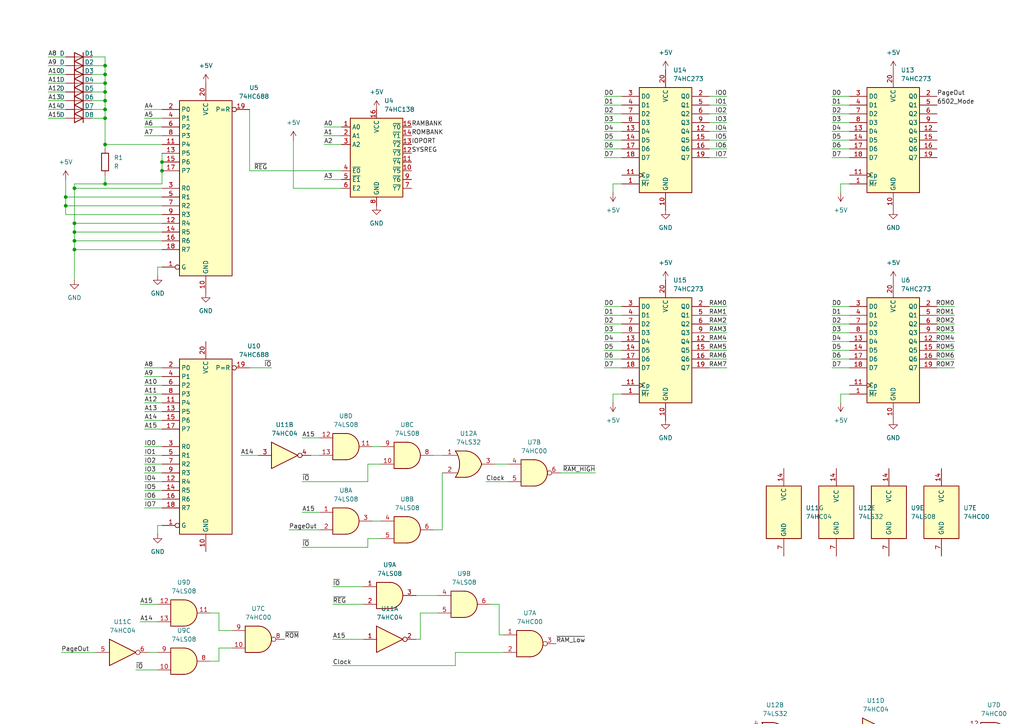
<source format=kicad_sch>
(kicad_sch (version 20231120) (generator "eeschema") (generator_version "8.0")
  (paper "A4")
  (lib_symbols
    (symbol "74xx:74HC00" (pin_names (offset 1.016))
      (property "Reference" "U" (at 0 1.27 0))
      (property "Value" "74HC00" (at 0 -1.27 0))
      (symbol "74HC00_1_1"
        (pin input line (at -7.62 2.54 0) (length 3.81) (name "~") (number "1"))
        (pin input line (at -7.62 -2.54 0) (length 3.81) (name "~") (number "2"))
        (pin output inverted (at 7.62 0 180) (length 3.81) (name "~") (number "3"))
      )
      (symbol "74HC00_1_2"
        (pin input inverted (at -7.62 2.54 0) (length 4.318) (name "~") (number "1"))
        (pin input inverted (at -7.62 -2.54 0) (length 4.318) (name "~") (number "2"))
        (pin output line (at 7.62 0 180) (length 3.81) (name "~") (number "3"))
      )
      (symbol "74HC00_2_1"
        (pin input line (at -7.62 2.54 0) (length 3.81) (name "~") (number "4"))
        (pin input line (at -7.62 -2.54 0) (length 3.81) (name "~") (number "5"))
        (pin output inverted (at 7.62 0 180) (length 3.81) (name "~") (number "6"))
      )
      (symbol "74HC00_2_2"
        (pin input inverted (at -7.62 2.54 0) (length 4.318) (name "~") (number "4"))
        (pin input inverted (at -7.62 -2.54 0) (length 4.318) (name "~") (number "5"))
        (pin output line (at 7.62 0 180) (length 3.81) (name "~") (number "6"))
      )
      (symbol "74HC00_3_1"
        (pin input line (at -7.62 -2.54 0) (length 3.81) (name "~") (number "10"))
        (pin output inverted (at 7.62 0 180) (length 3.81) (name "~") (number "8"))
        (pin input line (at -7.62 2.54 0) (length 3.81) (name "~") (number "9"))
      )
      (symbol "74HC00_3_2"
        (pin input inverted (at -7.62 -2.54 0) (length 4.318) (name "~") (number "10"))
        (pin output line (at 7.62 0 180) (length 3.81) (name "~") (number "8"))
        (pin input inverted (at -7.62 2.54 0) (length 4.318) (name "~") (number "9"))
      )
      (symbol "74HC00_4_1"
        (pin output inverted (at 7.62 0 180) (length 3.81) (name "~") (number "11"))
        (pin input line (at -7.62 2.54 0) (length 3.81) (name "~") (number "12"))
        (pin input line (at -7.62 -2.54 0) (length 3.81) (name "~") (number "13"))
      )
      (symbol "74HC00_4_2"
        (pin output line (at 7.62 0 180) (length 3.81) (name "~") (number "11"))
        (pin input inverted (at -7.62 2.54 0) (length 4.318) (name "~") (number "12"))
        (pin input inverted (at -7.62 -2.54 0) (length 4.318) (name "~") (number "13"))
      )
      (symbol "74HC00_5_0"
        (pin power_in line (at 0 12.7 270) (length 5.08) (name "VCC") (number "14"))
        (pin power_in line (at 0 -12.7 90) (length 5.08) (name "GND") (number "7"))
      )
    )
    (symbol "74xx:74HC04"
      (property "Reference" "U" (at 0 1.27 0))
      (property "Value" "74HC04" (at 0 -1.27 0))
      (symbol "74HC04_1_0"
        (pin input line (at -7.62 0 0) (length 3.81) (name "~") (number "1"))
        (pin output inverted (at 7.62 0 180) (length 3.81) (name "~") (number "2"))
      )
      (symbol "74HC04_2_0"
        (pin input line (at -7.62 0 0) (length 3.81) (name "~") (number "3"))
        (pin output inverted (at 7.62 0 180) (length 3.81) (name "~") (number "4"))
      )
      (symbol "74HC04_3_0"
        (pin input line (at -7.62 0 0) (length 3.81) (name "~") (number "5"))
        (pin output inverted (at 7.62 0 180) (length 3.81) (name "~") (number "6"))
      )
      (symbol "74HC04_4_0"
        (pin output inverted (at 7.62 0 180) (length 3.81) (name "~") (number "8"))
        (pin input line (at -7.62 0 0) (length 3.81) (name "~") (number "9"))
      )
      (symbol "74HC04_5_0"
        (pin output inverted (at 7.62 0 180) (length 3.81) (name "~") (number "10"))
        (pin input line (at -7.62 0 0) (length 3.81) (name "~") (number "11"))
      )
      (symbol "74HC04_6_0"
        (pin output inverted (at 7.62 0 180) (length 3.81) (name "~") (number "12"))
        (pin input line (at -7.62 0 0) (length 3.81) (name "~") (number "13"))
      )
      (symbol "74HC04_7_0"
        (pin power_in line (at 0 12.7 270) (length 5.08) (name "VCC") (number "14"))
        (pin power_in line (at 0 -12.7 90) (length 5.08) (name "GND") (number "7"))
      )
    )
    (symbol "74xx:74HC138"
      (property "Reference" "U" (at -7.62 13.97 0))
      (property "Value" "74HC138" (at 2.54 -11.43 0))
      (symbol "74HC138_1_1"
        (pin input line (at -10.16 10.16 0) (length 2.54) (name "A0") (number "1"))
        (pin output line (at 10.16 -2.54 180) (length 2.54) (name "~{Y5}") (number "10"))
        (pin output line (at 10.16 0 180) (length 2.54) (name "~{Y4}") (number "11"))
        (pin output line (at 10.16 2.54 180) (length 2.54) (name "~{Y3}") (number "12"))
        (pin output line (at 10.16 5.08 180) (length 2.54) (name "~{Y2}") (number "13"))
        (pin output line (at 10.16 7.62 180) (length 2.54) (name "~{Y1}") (number "14"))
        (pin output line (at 10.16 10.16 180) (length 2.54) (name "~{Y0}") (number "15"))
        (pin power_in line (at 0 15.24 270) (length 2.54) (name "VCC") (number "16"))
        (pin input line (at -10.16 7.62 0) (length 2.54) (name "A1") (number "2"))
        (pin input line (at -10.16 5.08 0) (length 2.54) (name "A2") (number "3"))
        (pin input line (at -10.16 -2.54 0) (length 2.54) (name "~{E0}") (number "4"))
        (pin input line (at -10.16 -5.08 0) (length 2.54) (name "~{E1}") (number "5"))
        (pin input line (at -10.16 -7.62 0) (length 2.54) (name "E2") (number "6"))
        (pin output line (at 10.16 -7.62 180) (length 2.54) (name "~{Y7}") (number "7"))
        (pin power_in line (at 0 -12.7 90) (length 2.54) (name "GND") (number "8"))
        (pin output line (at 10.16 -5.08 180) (length 2.54) (name "~{Y6}") (number "9"))
      )
    )
    (symbol "74xx:74HC273"
      (property "Reference" "U" (at -7.62 16.51 0))
      (property "Value" "74HC273" (at -7.62 -16.51 0))
      (symbol "74HC273_1_0"
        (pin input line (at -12.7 -12.7 0) (length 5.08) (name "~{Mr}") (number "1"))
        (pin power_in line (at 0 -20.32 90) (length 5.08) (name "GND") (number "10"))
        (pin input clock (at -12.7 -10.16 0) (length 5.08) (name "Cp") (number "11"))
        (pin output line (at 12.7 2.54 180) (length 5.08) (name "Q4") (number "12"))
        (pin input line (at -12.7 2.54 0) (length 5.08) (name "D4") (number "13"))
        (pin input line (at -12.7 0 0) (length 5.08) (name "D5") (number "14"))
        (pin output line (at 12.7 0 180) (length 5.08) (name "Q5") (number "15"))
        (pin output line (at 12.7 -2.54 180) (length 5.08) (name "Q6") (number "16"))
        (pin input line (at -12.7 -2.54 0) (length 5.08) (name "D6") (number "17"))
        (pin input line (at -12.7 -5.08 0) (length 5.08) (name "D7") (number "18"))
        (pin output line (at 12.7 -5.08 180) (length 5.08) (name "Q7") (number "19"))
        (pin output line (at 12.7 12.7 180) (length 5.08) (name "Q0") (number "2"))
        (pin power_in line (at 0 20.32 270) (length 5.08) (name "VCC") (number "20"))
        (pin input line (at -12.7 12.7 0) (length 5.08) (name "D0") (number "3"))
        (pin input line (at -12.7 10.16 0) (length 5.08) (name "D1") (number "4"))
        (pin output line (at 12.7 10.16 180) (length 5.08) (name "Q1") (number "5"))
        (pin output line (at 12.7 7.62 180) (length 5.08) (name "Q2") (number "6"))
        (pin input line (at -12.7 7.62 0) (length 5.08) (name "D2") (number "7"))
        (pin input line (at -12.7 5.08 0) (length 5.08) (name "D3") (number "8"))
        (pin output line (at 12.7 5.08 180) (length 5.08) (name "Q3") (number "9"))
      )
    )
    (symbol "74xx:74HC688"
      (property "Reference" "U" (at -7.62 26.67 0))
      (property "Value" "74HC688" (at -7.62 -26.67 0))
      (symbol "74HC688_1_0"
        (pin input inverted (at -12.7 -22.86 0) (length 5.08) (name "G") (number "1"))
        (pin power_in line (at 0 -30.48 90) (length 5.08) (name "GND") (number "10"))
        (pin input line (at -12.7 12.7 0) (length 5.08) (name "P4") (number "11"))
        (pin input line (at -12.7 -10.16 0) (length 5.08) (name "R4") (number "12"))
        (pin input line (at -12.7 10.16 0) (length 5.08) (name "P5") (number "13"))
        (pin input line (at -12.7 -12.7 0) (length 5.08) (name "R5") (number "14"))
        (pin input line (at -12.7 7.62 0) (length 5.08) (name "P6") (number "15"))
        (pin input line (at -12.7 -15.24 0) (length 5.08) (name "R6") (number "16"))
        (pin input line (at -12.7 5.08 0) (length 5.08) (name "P7") (number "17"))
        (pin input line (at -12.7 -17.78 0) (length 5.08) (name "R7") (number "18"))
        (pin output inverted (at 12.7 22.86 180) (length 5.08) (name "P=R") (number "19"))
        (pin input line (at -12.7 22.86 0) (length 5.08) (name "P0") (number "2"))
        (pin power_in line (at 0 30.48 270) (length 5.08) (name "VCC") (number "20"))
        (pin input line (at -12.7 0 0) (length 5.08) (name "R0") (number "3"))
        (pin input line (at -12.7 20.32 0) (length 5.08) (name "P1") (number "4"))
        (pin input line (at -12.7 -2.54 0) (length 5.08) (name "R1") (number "5"))
        (pin input line (at -12.7 17.78 0) (length 5.08) (name "P2") (number "6"))
        (pin input line (at -12.7 -5.08 0) (length 5.08) (name "R2") (number "7"))
        (pin input line (at -12.7 15.24 0) (length 5.08) (name "P3") (number "8"))
        (pin input line (at -12.7 -7.62 0) (length 5.08) (name "R3") (number "9"))
      )
    )
    (symbol "74xx:74LS08" (pin_names (offset 1.016))
      (property "Reference" "U" (at 0 1.27 0))
      (property "Value" "74LS08" (at 0 -1.27 0))
      (symbol "74LS08_1_1"
        (pin input line (at -7.62 2.54 0) (length 3.81) (name "~") (number "1"))
        (pin input line (at -7.62 -2.54 0) (length 3.81) (name "~") (number "2"))
        (pin output line (at 7.62 0 180) (length 3.81) (name "~") (number "3"))
      )
      (symbol "74LS08_1_2"
        (pin input inverted (at -7.62 2.54 0) (length 4.318) (name "~") (number "1"))
        (pin input inverted (at -7.62 -2.54 0) (length 4.318) (name "~") (number "2"))
        (pin output inverted (at 7.62 0 180) (length 3.81) (name "~") (number "3"))
      )
      (symbol "74LS08_2_1"
        (pin input line (at -7.62 2.54 0) (length 3.81) (name "~") (number "4"))
        (pin input line (at -7.62 -2.54 0) (length 3.81) (name "~") (number "5"))
        (pin output line (at 7.62 0 180) (length 3.81) (name "~") (number "6"))
      )
      (symbol "74LS08_2_2"
        (pin input inverted (at -7.62 2.54 0) (length 4.318) (name "~") (number "4"))
        (pin input inverted (at -7.62 -2.54 0) (length 4.318) (name "~") (number "5"))
        (pin output inverted (at 7.62 0 180) (length 3.81) (name "~") (number "6"))
      )
      (symbol "74LS08_3_1"
        (pin input line (at -7.62 -2.54 0) (length 3.81) (name "~") (number "10"))
        (pin output line (at 7.62 0 180) (length 3.81) (name "~") (number "8"))
        (pin input line (at -7.62 2.54 0) (length 3.81) (name "~") (number "9"))
      )
      (symbol "74LS08_3_2"
        (pin input inverted (at -7.62 -2.54 0) (length 4.318) (name "~") (number "10"))
        (pin output inverted (at 7.62 0 180) (length 3.81) (name "~") (number "8"))
        (pin input inverted (at -7.62 2.54 0) (length 4.318) (name "~") (number "9"))
      )
      (symbol "74LS08_4_1"
        (pin output line (at 7.62 0 180) (length 3.81) (name "~") (number "11"))
        (pin input line (at -7.62 2.54 0) (length 3.81) (name "~") (number "12"))
        (pin input line (at -7.62 -2.54 0) (length 3.81) (name "~") (number "13"))
      )
      (symbol "74LS08_4_2"
        (pin output inverted (at 7.62 0 180) (length 3.81) (name "~") (number "11"))
        (pin input inverted (at -7.62 2.54 0) (length 4.318) (name "~") (number "12"))
        (pin input inverted (at -7.62 -2.54 0) (length 4.318) (name "~") (number "13"))
      )
      (symbol "74LS08_5_0"
        (pin power_in line (at 0 12.7 270) (length 5.08) (name "VCC") (number "14"))
        (pin power_in line (at 0 -12.7 90) (length 5.08) (name "GND") (number "7"))
      )
    )
    (symbol "74xx:74LS32" (pin_names (offset 1.016))
      (property "Reference" "U" (at 0 1.27 0))
      (property "Value" "74LS32" (at 0 -1.27 0))
      (symbol "74LS32_1_1"
        (pin input line (at -7.62 2.54 0) (length 4.318) (name "~") (number "1"))
        (pin input line (at -7.62 -2.54 0) (length 4.318) (name "~") (number "2"))
        (pin output line (at 7.62 0 180) (length 3.81) (name "~") (number "3"))
      )
      (symbol "74LS32_1_2"
        (pin input inverted (at -7.62 2.54 0) (length 3.81) (name "~") (number "1"))
        (pin input inverted (at -7.62 -2.54 0) (length 3.81) (name "~") (number "2"))
        (pin output inverted (at 7.62 0 180) (length 3.81) (name "~") (number "3"))
      )
      (symbol "74LS32_2_1"
        (pin input line (at -7.62 2.54 0) (length 4.318) (name "~") (number "4"))
        (pin input line (at -7.62 -2.54 0) (length 4.318) (name "~") (number "5"))
        (pin output line (at 7.62 0 180) (length 3.81) (name "~") (number "6"))
      )
      (symbol "74LS32_2_2"
        (pin input inverted (at -7.62 2.54 0) (length 3.81) (name "~") (number "4"))
        (pin input inverted (at -7.62 -2.54 0) (length 3.81) (name "~") (number "5"))
        (pin output inverted (at 7.62 0 180) (length 3.81) (name "~") (number "6"))
      )
      (symbol "74LS32_3_1"
        (pin input line (at -7.62 -2.54 0) (length 4.318) (name "~") (number "10"))
        (pin output line (at 7.62 0 180) (length 3.81) (name "~") (number "8"))
        (pin input line (at -7.62 2.54 0) (length 4.318) (name "~") (number "9"))
      )
      (symbol "74LS32_3_2"
        (pin input inverted (at -7.62 -2.54 0) (length 3.81) (name "~") (number "10"))
        (pin output inverted (at 7.62 0 180) (length 3.81) (name "~") (number "8"))
        (pin input inverted (at -7.62 2.54 0) (length 3.81) (name "~") (number "9"))
      )
      (symbol "74LS32_4_1"
        (pin output line (at 7.62 0 180) (length 3.81) (name "~") (number "11"))
        (pin input line (at -7.62 2.54 0) (length 4.318) (name "~") (number "12"))
        (pin input line (at -7.62 -2.54 0) (length 4.318) (name "~") (number "13"))
      )
      (symbol "74LS32_4_2"
        (pin output inverted (at 7.62 0 180) (length 3.81) (name "~") (number "11"))
        (pin input inverted (at -7.62 2.54 0) (length 3.81) (name "~") (number "12"))
        (pin input inverted (at -7.62 -2.54 0) (length 3.81) (name "~") (number "13"))
      )
      (symbol "74LS32_5_0"
        (pin power_in line (at 0 12.7 270) (length 5.08) (name "VCC") (number "14"))
        (pin power_in line (at 0 -12.7 90) (length 5.08) (name "GND") (number "7"))
      )
    )
    (symbol "Device:D" (pin_numbers hide) (pin_names (offset 1.016) hide)
      (property "Reference" "D" (at 0 2.54 0))
      (property "Value" "D" (at 0 -2.54 0))
      (symbol "D_1_1"
        (pin passive line (at -3.81 0 0) (length 2.54) (name "K") (number "1"))
        (pin passive line (at 3.81 0 180) (length 2.54) (name "A") (number "2"))
      )
    )
    (symbol "Device:R" (pin_numbers hide) (pin_names (offset 0))
      (property "Reference" "R" (at 2.032 0 90))
      (property "Value" "R" (at 0 0 90))
      (symbol "R_1_1"
        (pin passive line (at 0 3.81 270) (length 1.27) (name "~") (number "1"))
        (pin passive line (at 0 -3.81 90) (length 1.27) (name "~") (number "2"))
      )
    )
    (symbol "power:+5V" (power) (pin_numbers hide) (pin_names (offset 0) hide)
      (property "Value" "+5V" (at 0 3.556 0))
      (symbol "+5V_1_1"
        (pin power_in line (at 0 0 90) (length 0) (name "~") (number "1"))
      )
    )
    (symbol "power:GND" (power) (pin_numbers hide) (pin_names (offset 0) hide)
      (property "Value" "GND" (at 0 -3.81 0))
      (symbol "GND_1_1"
        (pin power_in line (at 0 0 270) (length 0) (name "~") (number "1"))
      )
    )
  )
  (junction (at 30.48 53.34))
  (junction (at 30.48 21.59))
  (junction (at 19.05 59.69))
  (junction (at 30.48 29.21))
  (junction (at 21.59 72.39))
  (junction (at 21.59 69.85))
  (junction (at 46.99 49.53))
  (junction (at 21.59 64.77))
  (junction (at 30.48 26.67))
  (junction (at 19.05 57.15))
  (junction (at 30.48 24.13))
  (junction (at 30.48 41.91))
  (junction (at 30.48 19.05))
  (junction (at 46.99 46.99))
  (junction (at 30.48 31.75))
  (junction (at 21.59 67.31))
  (junction (at 30.48 34.29))
  (junction (at 21.59 54.61))
  (wire (pts (xy 175.26 43.18) (xy 180.34 43.18)))
  (wire (pts (xy 87.63 139.7) (xy 106.68 139.7)))
  (wire (pts (xy 175.26 96.52) (xy 180.34 96.52)))
  (wire (pts (xy 40.64 175.26) (xy 45.72 175.26)))
  (wire (pts (xy 13.97 19.05) (xy 19.05 19.05)))
  (wire (pts (xy 276.86 104.14) (xy 271.78 104.14)))
  (wire (pts (xy 60.96 191.77) (xy 63.5 191.77)))
  (wire (pts (xy 175.26 33.02) (xy 180.34 33.02)))
  (wire (pts (xy 241.3 93.98) (xy 246.38 93.98)))
  (wire (pts (xy 21.59 64.77) (xy 21.59 54.61)))
  (wire (pts (xy 21.59 81.28) (xy 21.59 72.39)))
  (wire (pts (xy 41.91 129.54) (xy 46.99 129.54)))
  (wire (pts (xy 41.91 31.75) (xy 46.99 31.75)))
  (wire (pts (xy 30.48 50.8) (xy 30.48 53.34)))
  (wire (pts (xy 107.95 151.13) (xy 110.49 151.13)))
  (wire (pts (xy 87.63 158.75) (xy 106.68 158.75)))
  (wire (pts (xy 30.48 34.29) (xy 30.48 41.91)))
  (wire (pts (xy 46.99 46.99) (xy 46.99 44.45)))
  (wire (pts (xy 107.95 129.54) (xy 110.49 129.54)))
  (wire (pts (xy 30.48 41.91) (xy 30.48 43.18)))
  (wire (pts (xy 93.98 36.83) (xy 99.06 36.83)))
  (wire (pts (xy 45.72 152.4) (xy 46.99 152.4)))
  (wire (pts (xy 210.82 104.14) (xy 205.74 104.14)))
  (wire (pts (xy 241.3 96.52) (xy 246.38 96.52)))
  (wire (pts (xy 140.97 139.7) (xy 147.32 139.7)))
  (wire (pts (xy 45.72 194.31) (xy 39.37 194.31)))
  (wire (pts (xy 175.26 99.06) (xy 180.34 99.06)))
  (wire (pts (xy 276.86 93.98) (xy 271.78 93.98)))
  (wire (pts (xy 177.8 116.84) (xy 177.8 114.3)))
  (wire (pts (xy 72.39 31.75) (xy 72.39 49.53)))
  (wire (pts (xy 106.68 134.62) (xy 110.49 134.62)))
  (wire (pts (xy 276.86 96.52) (xy 271.78 96.52)))
  (wire (pts (xy 210.82 27.94) (xy 205.74 27.94)))
  (wire (pts (xy 128.27 153.67) (xy 128.27 137.16)))
  (wire (pts (xy 241.3 33.02) (xy 246.38 33.02)))
  (wire (pts (xy 41.91 39.37) (xy 46.99 39.37)))
  (wire (pts (xy 93.98 39.37) (xy 99.06 39.37)))
  (wire (pts (xy 210.82 40.64) (xy 205.74 40.64)))
  (wire (pts (xy 210.82 35.56) (xy 205.74 35.56)))
  (wire (pts (xy 41.91 142.24) (xy 46.99 142.24)))
  (wire (pts (xy 19.05 59.69) (xy 46.99 59.69)))
  (wire (pts (xy 26.67 31.75) (xy 30.48 31.75)))
  (wire (pts (xy 121.92 185.42) (xy 121.92 177.8)))
  (wire (pts (xy 120.65 172.72) (xy 127 172.72)))
  (wire (pts (xy 243.84 114.3) (xy 246.38 114.3)))
  (wire (pts (xy 144.78 184.15) (xy 146.05 184.15)))
  (wire (pts (xy 26.67 16.51) (xy 30.48 16.51)))
  (wire (pts (xy 21.59 69.85) (xy 46.99 69.85)))
  (wire (pts (xy 30.48 31.75) (xy 30.48 34.29)))
  (wire (pts (xy 175.26 93.98) (xy 180.34 93.98)))
  (wire (pts (xy 87.63 127) (xy 92.71 127)))
  (wire (pts (xy 96.52 175.26) (xy 105.41 175.26)))
  (wire (pts (xy 63.5 187.96) (xy 67.31 187.96)))
  (wire (pts (xy 21.59 54.61) (xy 46.99 54.61)))
  (wire (pts (xy 72.39 49.53) (xy 99.06 49.53)))
  (wire (pts (xy 41.91 36.83) (xy 46.99 36.83)))
  (wire (pts (xy 175.26 88.9) (xy 180.34 88.9)))
  (wire (pts (xy 175.26 30.48) (xy 180.34 30.48)))
  (wire (pts (xy 26.67 19.05) (xy 30.48 19.05)))
  (wire (pts (xy 276.86 99.06) (xy 271.78 99.06)))
  (wire (pts (xy 210.82 106.68) (xy 205.74 106.68)))
  (wire (pts (xy 132.08 189.23) (xy 146.05 189.23)))
  (wire (pts (xy 26.67 29.21) (xy 30.48 29.21)))
  (wire (pts (xy 41.91 139.7) (xy 46.99 139.7)))
  (wire (pts (xy 63.5 182.88) (xy 67.31 182.88)))
  (wire (pts (xy 21.59 67.31) (xy 46.99 67.31)))
  (wire (pts (xy 41.91 124.46) (xy 46.99 124.46)))
  (wire (pts (xy 41.91 121.92) (xy 46.99 121.92)))
  (wire (pts (xy 43.18 189.23) (xy 45.72 189.23)))
  (wire (pts (xy 144.78 175.26) (xy 142.24 175.26)))
  (wire (pts (xy 41.91 34.29) (xy 46.99 34.29)))
  (wire (pts (xy 243.84 55.88) (xy 243.84 53.34)))
  (wire (pts (xy 132.08 193.04) (xy 132.08 189.23)))
  (wire (pts (xy 45.72 77.47) (xy 46.99 77.47)))
  (wire (pts (xy 30.48 53.34) (xy 21.59 53.34)))
  (wire (pts (xy 13.97 16.51) (xy 19.05 16.51)))
  (wire (pts (xy 241.3 43.18) (xy 246.38 43.18)))
  (wire (pts (xy 26.67 26.67) (xy 30.48 26.67)))
  (wire (pts (xy 241.3 99.06) (xy 246.38 99.06)))
  (wire (pts (xy 13.97 29.21) (xy 19.05 29.21)))
  (wire (pts (xy 210.82 33.02) (xy 205.74 33.02)))
  (wire (pts (xy 30.48 19.05) (xy 30.48 21.59)))
  (wire (pts (xy 177.8 55.88) (xy 177.8 53.34)))
  (wire (pts (xy 60.96 177.8) (xy 63.5 177.8)))
  (wire (pts (xy 19.05 57.15) (xy 19.05 59.69)))
  (wire (pts (xy 210.82 96.52) (xy 205.74 96.52)))
  (wire (pts (xy 46.99 49.53) (xy 46.99 46.99)))
  (wire (pts (xy 30.48 26.67) (xy 30.48 29.21)))
  (wire (pts (xy 30.48 41.91) (xy 46.99 41.91)))
  (wire (pts (xy 93.98 52.07) (xy 99.06 52.07)))
  (wire (pts (xy 45.72 154.94) (xy 45.72 152.4)))
  (wire (pts (xy 243.84 53.34) (xy 246.38 53.34)))
  (wire (pts (xy 210.82 45.72) (xy 205.74 45.72)))
  (wire (pts (xy 210.82 43.18) (xy 205.74 43.18)))
  (wire (pts (xy 21.59 72.39) (xy 21.59 69.85)))
  (wire (pts (xy 241.3 27.94) (xy 246.38 27.94)))
  (wire (pts (xy 276.86 88.9) (xy 271.78 88.9)))
  (wire (pts (xy 210.82 88.9) (xy 205.74 88.9)))
  (wire (pts (xy 210.82 30.48) (xy 205.74 30.48)))
  (wire (pts (xy 26.67 24.13) (xy 30.48 24.13)))
  (wire (pts (xy 63.5 177.8) (xy 63.5 182.88)))
  (wire (pts (xy 177.8 114.3) (xy 180.34 114.3)))
  (wire (pts (xy 41.91 116.84) (xy 46.99 116.84)))
  (wire (pts (xy 175.26 27.94) (xy 180.34 27.94)))
  (wire (pts (xy 17.78 189.23) (xy 27.94 189.23)))
  (wire (pts (xy 276.86 91.44) (xy 271.78 91.44)))
  (wire (pts (xy 125.73 132.08) (xy 128.27 132.08)))
  (wire (pts (xy 276.86 106.68) (xy 271.78 106.68)))
  (wire (pts (xy 106.68 139.7) (xy 106.68 134.62)))
  (wire (pts (xy 72.39 106.68) (xy 78.74 106.68)))
  (wire (pts (xy 96.52 185.42) (xy 105.41 185.42)))
  (wire (pts (xy 26.67 21.59) (xy 30.48 21.59)))
  (wire (pts (xy 21.59 64.77) (xy 46.99 64.77)))
  (wire (pts (xy 26.67 34.29) (xy 30.48 34.29)))
  (wire (pts (xy 30.48 24.13) (xy 30.48 26.67)))
  (wire (pts (xy 175.26 106.68) (xy 180.34 106.68)))
  (wire (pts (xy 210.82 99.06) (xy 205.74 99.06)))
  (wire (pts (xy 41.91 144.78) (xy 46.99 144.78)))
  (wire (pts (xy 96.52 193.04) (xy 132.08 193.04)))
  (wire (pts (xy 241.3 30.48) (xy 246.38 30.48)))
  (wire (pts (xy 13.97 31.75) (xy 19.05 31.75)))
  (wire (pts (xy 175.26 40.64) (xy 180.34 40.64)))
  (wire (pts (xy 41.91 111.76) (xy 46.99 111.76)))
  (wire (pts (xy 30.48 29.21) (xy 30.48 31.75)))
  (wire (pts (xy 41.91 137.16) (xy 46.99 137.16)))
  (wire (pts (xy 83.82 153.67) (xy 92.71 153.67)))
  (wire (pts (xy 19.05 59.69) (xy 19.05 62.23)))
  (wire (pts (xy 13.97 34.29) (xy 19.05 34.29)))
  (wire (pts (xy 125.73 153.67) (xy 128.27 153.67)))
  (wire (pts (xy 21.59 53.34) (xy 21.59 54.61)))
  (wire (pts (xy 241.3 104.14) (xy 246.38 104.14)))
  (wire (pts (xy 93.98 41.91) (xy 99.06 41.91)))
  (wire (pts (xy 19.05 62.23) (xy 46.99 62.23)))
  (wire (pts (xy 210.82 93.98) (xy 205.74 93.98)))
  (wire (pts (xy 210.82 38.1) (xy 205.74 38.1)))
  (wire (pts (xy 241.3 88.9) (xy 246.38 88.9)))
  (wire (pts (xy 276.86 101.6) (xy 271.78 101.6)))
  (wire (pts (xy 30.48 16.51) (xy 30.48 19.05)))
  (wire (pts (xy 40.64 180.34) (xy 45.72 180.34)))
  (wire (pts (xy 30.48 21.59) (xy 30.48 24.13)))
  (wire (pts (xy 41.91 114.3) (xy 46.99 114.3)))
  (wire (pts (xy 13.97 26.67) (xy 19.05 26.67)))
  (wire (pts (xy 241.3 45.72) (xy 246.38 45.72)))
  (wire (pts (xy 175.26 38.1) (xy 180.34 38.1)))
  (wire (pts (xy 21.59 69.85) (xy 21.59 67.31)))
  (wire (pts (xy 177.8 53.34) (xy 180.34 53.34)))
  (wire (pts (xy 175.26 35.56) (xy 180.34 35.56)))
  (wire (pts (xy 175.26 91.44) (xy 180.34 91.44)))
  (wire (pts (xy 175.26 101.6) (xy 180.34 101.6)))
  (wire (pts (xy 41.91 134.62) (xy 46.99 134.62)))
  (wire (pts (xy 41.91 109.22) (xy 46.99 109.22)))
  (wire (pts (xy 46.99 53.34) (xy 46.99 49.53)))
  (wire (pts (xy 241.3 106.68) (xy 246.38 106.68)))
  (wire (pts (xy 87.63 148.59) (xy 92.71 148.59)))
  (wire (pts (xy 162.56 137.16) (xy 172.72 137.16)))
  (wire (pts (xy 106.68 158.75) (xy 106.68 156.21)))
  (wire (pts (xy 121.92 177.8) (xy 127 177.8)))
  (wire (pts (xy 41.91 132.08) (xy 46.99 132.08)))
  (wire (pts (xy 13.97 21.59) (xy 19.05 21.59)))
  (wire (pts (xy 241.3 38.1) (xy 246.38 38.1)))
  (wire (pts (xy 243.84 116.84) (xy 243.84 114.3)))
  (wire (pts (xy 41.91 147.32) (xy 46.99 147.32)))
  (wire (pts (xy 63.5 191.77) (xy 63.5 187.96)))
  (wire (pts (xy 21.59 72.39) (xy 46.99 72.39)))
  (wire (pts (xy 21.59 67.31) (xy 21.59 64.77)))
  (wire (pts (xy 85.09 54.61) (xy 99.06 54.61)))
  (wire (pts (xy 106.68 156.21) (xy 110.49 156.21)))
  (wire (pts (xy 175.26 104.14) (xy 180.34 104.14)))
  (wire (pts (xy 45.72 80.01) (xy 45.72 77.47)))
  (wire (pts (xy 19.05 57.15) (xy 46.99 57.15)))
  (wire (pts (xy 90.17 132.08) (xy 92.71 132.08)))
  (wire (pts (xy 241.3 91.44) (xy 246.38 91.44)))
  (wire (pts (xy 85.09 40.64) (xy 85.09 54.61)))
  (wire (pts (xy 210.82 101.6) (xy 205.74 101.6)))
  (wire (pts (xy 69.85 132.08) (xy 74.93 132.08)))
  (wire (pts (xy 210.82 91.44) (xy 205.74 91.44)))
  (wire (pts (xy 143.51 134.62) (xy 147.32 134.62)))
  (wire (pts (xy 30.48 53.34) (xy 46.99 53.34)))
  (wire (pts (xy 41.91 106.68) (xy 46.99 106.68)))
  (wire (pts (xy 120.65 185.42) (xy 121.92 185.42)))
  (wire (pts (xy 144.78 175.26) (xy 144.78 184.15)))
  (wire (pts (xy 13.97 24.13) (xy 19.05 24.13)))
  (wire (pts (xy 241.3 101.6) (xy 246.38 101.6)))
  (wire (pts (xy 241.3 35.56) (xy 246.38 35.56)))
  (wire (pts (xy 96.52 170.18) (xy 105.41 170.18)))
  (wire (pts (xy 19.05 52.07) (xy 19.05 57.15)))
  (wire (pts (xy 241.3 40.64) (xy 246.38 40.64)))
  (wire (pts (xy 175.26 45.72) (xy 180.34 45.72)))
  (wire (pts (xy 41.91 119.38) (xy 46.99 119.38)))
  (label "IO6" (at 210.82 43.18 180))
  (label "ROM5" (at 276.86 101.6 180))
  (label "A3" (at 93.98 52.07 0))
  (label "D4" (at 241.3 38.1 0))
  (label "D2" (at 241.3 93.98 0))
  (label "A7" (at 41.91 39.37 0))
  (label "D7" (at 175.26 45.72 0))
  (label "IO4" (at 210.82 38.1 180))
  (label "A13" (at 13.97 29.21 0))
  (label "IO1" (at 210.82 30.48 180))
  (label "A15" (at 87.63 148.59 0))
  (label "D7" (at 175.26 106.68 0))
  (label "~{IO}" (at 78.74 106.68 180))
  (label "~{RAM_Low}" (at 161.29 186.69 0))
  (label "D5" (at 175.26 40.64 0))
  (label "PageOut" (at 17.78 189.23 0))
  (label "A12" (at 13.97 26.67 0))
  (label "D3" (at 175.26 96.52 0))
  (label "D1" (at 175.26 30.48 0))
  (label "IO2" (at 41.91 134.62 0))
  (label "IO5" (at 41.91 142.24 0))
  (label "~{REG}" (at 96.52 175.26 0))
  (label "D2" (at 175.26 93.98 0))
  (label "RAM5" (at 210.82 101.6 180))
  (label "A6" (at 41.91 36.83 0))
  (label "D4" (at 175.26 99.06 0))
  (label "IO0" (at 41.91 129.54 0))
  (label "ROM6" (at 276.86 104.14 180))
  (label "D2" (at 175.26 33.02 0))
  (label "~{IO}" (at 96.52 170.18 0))
  (label "D0" (at 241.3 88.9 0))
  (label "D4" (at 175.26 38.1 0))
  (label "IO7" (at 210.82 45.72 180))
  (label "A15" (at 13.97 34.29 0))
  (label "A14" (at 40.64 180.34 0))
  (label "A9" (at 41.91 109.22 0))
  (label "RAM3" (at 210.82 96.52 180))
  (label "A5" (at 41.91 34.29 0))
  (label "ROM2" (at 276.86 93.98 180))
  (label "D6" (at 175.26 104.14 0))
  (label "~{IO}" (at 87.63 158.75 0))
  (label "D1" (at 175.26 91.44 0))
  (label "D7" (at 241.3 45.72 0))
  (label "A14" (at 69.85 132.08 0))
  (label "D3" (at 241.3 35.56 0))
  (label "6502_Mode" (at 271.78 30.48 0))
  (label "ROM4" (at 276.86 99.06 180))
  (label "D0" (at 241.3 27.94 0))
  (label "IOPORT" (at 119.38 41.91 0))
  (label "D6" (at 175.26 43.18 0))
  (label "A14" (at 13.97 31.75 0))
  (label "Clock" (at 140.97 139.7 0))
  (label "IO0" (at 210.82 27.94 180))
  (label "A15" (at 41.91 124.46 0))
  (label "D1" (at 241.3 91.44 0))
  (label "D1" (at 241.3 30.48 0))
  (label "ROM0" (at 276.86 88.9 180))
  (label "D5" (at 241.3 40.64 0))
  (label "A8" (at 13.97 16.51 0))
  (label "IO4" (at 41.91 139.7 0))
  (label "D6" (at 241.3 104.14 0))
  (label "IO1" (at 41.91 132.08 0))
  (label "RAM7" (at 210.82 106.68 180))
  (label "D3" (at 241.3 96.52 0))
  (label "D0" (at 175.26 88.9 0))
  (label "IO3" (at 41.91 137.16 0))
  (label "PageOut" (at 271.78 27.94 0))
  (label "IO5" (at 210.82 40.64 180))
  (label "D0" (at 175.26 27.94 0))
  (label "PageOut" (at 83.82 153.67 0))
  (label "A15" (at 87.63 127 0))
  (label "D2" (at 241.3 33.02 0))
  (label "ROMBANK" (at 119.38 39.37 0))
  (label "~{REG}" (at 73.66 49.53 0))
  (label "IO6" (at 41.91 144.78 0))
  (label "A9" (at 13.97 19.05 0))
  (label "SYSREG" (at 119.38 44.45 0))
  (label "A4" (at 41.91 31.75 0))
  (label "IO7" (at 41.91 147.32 0))
  (label "RAM2" (at 210.82 93.98 180))
  (label "A10" (at 13.97 21.59 0))
  (label "~{RAM_HIGH}" (at 172.72 137.16 180))
  (label "A0" (at 93.98 36.83 0))
  (label "D4" (at 241.3 99.06 0))
  (label "~{IO}" (at 39.37 194.31 0))
  (label "A2" (at 93.98 41.91 0))
  (label "A11" (at 13.97 24.13 0))
  (label "RAM1" (at 210.82 91.44 180))
  (label "A15" (at 96.52 185.42 0))
  (label "A1" (at 93.98 39.37 0))
  (label "A8" (at 41.91 106.68 0))
  (label "A14" (at 41.91 121.92 0))
  (label "D5" (at 175.26 101.6 0))
  (label "D3" (at 175.26 35.56 0))
  (label "~{IO}" (at 87.63 139.7 0))
  (label "A12" (at 41.91 116.84 0))
  (label "D6" (at 241.3 43.18 0))
  (label "IO2" (at 210.82 33.02 180))
  (label "~{ROM}" (at 82.55 185.42 0))
  (label "RAMBANK" (at 119.38 36.83 0))
  (label "A13" (at 41.91 119.38 0))
  (label "RAM4" (at 210.82 99.06 180))
  (label "D7" (at 241.3 106.68 0))
  (label "IO3" (at 210.82 35.56 180))
  (label "RAM0" (at 210.82 88.9 180))
  (label "ROM1" (at 276.86 91.44 180))
  (label "D5" (at 241.3 101.6 0))
  (label "A15" (at 40.64 175.26 0))
  (label "A10" (at 41.91 111.76 0))
  (label "ROM7" (at 276.86 106.68 180))
  (label "A11" (at 41.91 114.3 0))
  (label "ROM3" (at 276.86 96.52 180))
  (label "RAM6" (at 210.82 104.14 180))
  (label "Clock" (at 96.52 193.04 0))
  (symbol (lib_id "74xx:74HC00") (at 154.94 137.16 0) (unit 2)
    (property "Reference" "U7" (at 154.9317 128.27 0))
    (property "Value" "74HC00" (at 154.9317 130.81 0))
    (property "Datasheet" "http://www.ti.com/lit/gpn/sn74hc00" (effects (hide yes)))
    (property "Description" "quad 2-input NAND gate" (effects (hide yes)))
  )
  (symbol (lib_id "74xx:74HC04") (at 113.03 185.42 0) (unit 1)
    (property "Reference" "U11" (at 113.03 176.53 0))
    (property "Value" "74HC04" (at 113.03 179.07 0))
    (property "Datasheet" "https://assets.nexperia.com/documents/data-sheet/74HC_HCT04.pdf" (effects (hide yes)))
    (property "Description" "Hex Inverter" (effects (hide yes)))
  )
  (symbol (lib_id "74xx:74HC273") (at 193.04 101.6 0) (unit 1)
    (property "Reference" "U15" (at 195.2341 81.28 0) (effects (justify left)))
    (property "Value" "74HC273" (at 195.2341 83.82 0) (effects (justify left)))
    (property "Datasheet" "https://assets.nexperia.com/documents/data-sheet/74HC_HCT273.pdf" (effects (hide yes)))
    (property "Description" "8-bit D Flip-Flop, reset" (effects (hide yes)))
  )
  (symbol (lib_id "74xx:74HC04") (at 227.33 148.59 0) (unit 7)
    (property "Reference" "U11" (at 233.68 147.3199 0) (effects (justify left)))
    (property "Value" "74HC04" (at 233.68 149.8599 0) (effects (justify left)))
    (property "Datasheet" "https://assets.nexperia.com/documents/data-sheet/74HC_HCT04.pdf" (effects (hide yes)))
    (property "Description" "Hex Inverter" (effects (hide yes)))
  )
  (symbol (lib_id "power:GND") (at 45.72 154.94 0) (unit 1)
    (property "Reference" "#PWR012" (effects (hide yes)))
    (property "Value" "GND" (at 45.72 160.02 0))
    (property "Description" "Power symbol creates a global label with name \"GND\" , ground" (effects (hide yes)))
  )
  (symbol (lib_id "Device:D") (at 22.86 26.67 180) (unit 1)
    (property "Reference" "D5" (at 25.908 25.654 0))
    (property "Value" "D" (at 18.034 25.654 0))
    (property "Description" "Diode" (effects (hide yes)))
    (property "Sim.Device" "D" (effects (hide yes)))
    (property "Sim.Pins" "1=K 2=A" (effects (hide yes)))
  )
  (symbol (lib_id "power:+5V") (at 259.08 81.28 0) (unit 1)
    (property "Reference" "#PWR010" (effects (hide yes)))
    (property "Value" "+5V" (at 259.08 76.2 0))
    (property "Description" "Power symbol creates a global label with name \"+5V\"" (effects (hide yes)))
  )
  (symbol (lib_id "power:+5V") (at 177.8 116.84 180) (unit 1)
    (property "Reference" "#PWR019" (effects (hide yes)))
    (property "Value" "+5V" (at 177.8 121.92 0))
    (property "Description" "Power symbol creates a global label with name \"+5V\"" (effects (hide yes)))
  )
  (symbol (lib_id "power:GND") (at 259.08 60.96 0) (unit 1)
    (property "Reference" "#PWR015" (effects (hide yes)))
    (property "Value" "GND" (at 259.08 66.04 0))
    (property "Description" "Power symbol creates a global label with name \"GND\" , ground" (effects (hide yes)))
  )
  (symbol (lib_id "74xx:74HC00") (at 74.93 185.42 0) (unit 3)
    (property "Reference" "U7" (at 74.9217 176.53 0))
    (property "Value" "74HC00" (at 74.9217 179.07 0))
    (property "Datasheet" "http://www.ti.com/lit/gpn/sn74hc00" (effects (hide yes)))
    (property "Description" "quad 2-input NAND gate" (effects (hide yes)))
  )
  (symbol (lib_id "power:+5V") (at 193.04 81.28 0) (unit 1)
    (property "Reference" "#PWR020" (effects (hide yes)))
    (property "Value" "+5V" (at 193.04 76.2 0))
    (property "Description" "Power symbol creates a global label with name \"+5V\"" (effects (hide yes)))
  )
  (symbol (lib_id "power:+5V") (at 259.08 20.32 0) (unit 1)
    (property "Reference" "#PWR014" (effects (hide yes)))
    (property "Value" "+5V" (at 259.08 15.24 0))
    (property "Description" "Power symbol creates a global label with name \"+5V\"" (effects (hide yes)))
  )
  (symbol (lib_id "74xx:74LS08") (at 100.33 129.54 0) (unit 4)
    (property "Reference" "U8" (at 100.3217 120.65 0))
    (property "Value" "74LS08" (at 100.3217 123.19 0))
    (property "Datasheet" "http://www.ti.com/lit/gpn/sn74LS08" (effects (hide yes)))
    (property "Description" "Quad And2" (effects (hide yes)))
  )
  (symbol (lib_id "Device:D") (at 22.86 24.13 180) (unit 1)
    (property "Reference" "D4" (at 25.908 23.114 0))
    (property "Value" "D" (at 18.034 23.114 0))
    (property "Description" "Diode" (effects (hide yes)))
    (property "Sim.Device" "D" (effects (hide yes)))
    (property "Sim.Pins" "1=K 2=A" (effects (hide yes)))
  )
  (symbol (lib_id "power:GND") (at 193.04 121.92 0) (unit 1)
    (property "Reference" "#PWR021" (effects (hide yes)))
    (property "Value" "GND" (at 193.04 127 0))
    (property "Description" "Power symbol creates a global label with name \"GND\" , ground" (effects (hide yes)))
  )
  (symbol (lib_id "Device:D") (at 22.86 31.75 180) (unit 1)
    (property "Reference" "D7" (at 25.908 30.734 0))
    (property "Value" "D" (at 18.034 30.734 0))
    (property "Description" "Diode" (effects (hide yes)))
    (property "Sim.Device" "D" (effects (hide yes)))
    (property "Sim.Pins" "1=K 2=A" (effects (hide yes)))
  )
  (symbol (lib_id "74xx:74HC688") (at 59.69 129.54 0) (unit 1)
    (property "Reference" "U10" (at 73.66 100.3614 0))
    (property "Value" "74HC688" (at 73.66 102.9014 0))
    (property "Datasheet" "https://www.ti.com/lit/ds/symlink/cd54hc688.pdf" (effects (hide yes)))
    (property "Description" "8-bit magnitude comparator" (effects (hide yes)))
  )
  (symbol (lib_id "74xx:74LS32") (at 242.57 148.59 0) (unit 5)
    (property "Reference" "U12" (at 248.92 147.3199 0) (effects (justify left)))
    (property "Value" "74LS32" (at 248.92 149.8599 0) (effects (justify left)))
    (property "Datasheet" "http://www.ti.com/lit/gpn/sn74LS32" (effects (hide yes)))
    (property "Description" "Quad 2-input OR" (effects (hide yes)))
  )
  (symbol (lib_id "power:+5V") (at 177.8 55.88 180) (unit 1)
    (property "Reference" "#PWR016" (effects (hide yes)))
    (property "Value" "+5V" (at 177.8 60.96 0))
    (property "Description" "Power symbol creates a global label with name \"+5V\"" (effects (hide yes)))
  )
  (symbol (lib_id "power:+5V") (at 243.84 116.84 180) (unit 1)
    (property "Reference" "#PWR07" (effects (hide yes)))
    (property "Value" "+5V" (at 243.84 121.92 0))
    (property "Description" "Power symbol creates a global label with name \"+5V\"" (effects (hide yes)))
  )
  (symbol (lib_id "power:+5V") (at 193.04 20.32 0) (unit 1)
    (property "Reference" "#PWR017" (effects (hide yes)))
    (property "Value" "+5V" (at 193.04 15.24 0))
    (property "Description" "Power symbol creates a global label with name \"+5V\"" (effects (hide yes)))
  )
  (symbol (lib_id "74xx:74HC04") (at 82.55 132.08 0) (unit 2)
    (property "Reference" "U11" (at 82.55 123.19 0))
    (property "Value" "74HC04" (at 82.55 125.73 0))
    (property "Datasheet" "https://assets.nexperia.com/documents/data-sheet/74HC_HCT04.pdf" (effects (hide yes)))
    (property "Description" "Hex Inverter" (effects (hide yes)))
  )
  (symbol (lib_id "74xx:74LS08") (at 100.33 151.13 0) (unit 1)
    (property "Reference" "U8" (at 100.3217 142.24 0))
    (property "Value" "74LS08" (at 100.3217 144.78 0))
    (property "Datasheet" "http://www.ti.com/lit/gpn/sn74LS08" (effects (hide yes)))
    (property "Description" "Quad And2" (effects (hide yes)))
  )
  (symbol (lib_id "74xx:74LS32") (at 227.33 246.38 0) (unit 4)
    (property "Reference" "U12" (at 227.33 237.49 0))
    (property "Value" "74LS32" (at 227.33 240.03 0))
    (property "Datasheet" "http://www.ti.com/lit/gpn/sn74LS32" (effects (hide yes)))
    (property "Description" "Quad 2-input OR" (effects (hide yes)))
  )
  (symbol (lib_id "74xx:74HC00") (at 273.05 148.59 0) (unit 5)
    (property "Reference" "U7" (at 279.4 147.3199 0) (effects (justify left)))
    (property "Value" "74HC00" (at 279.4 149.8599 0) (effects (justify left)))
    (property "Datasheet" "http://www.ti.com/lit/gpn/sn74hc00" (effects (hide yes)))
    (property "Description" "quad 2-input NAND gate" (effects (hide yes)))
  )
  (symbol (lib_id "Device:D") (at 22.86 34.29 180) (unit 1)
    (property "Reference" "D8" (at 25.908 33.274 0))
    (property "Value" "D" (at 18.034 33.274 0))
    (property "Description" "Diode" (effects (hide yes)))
    (property "Sim.Device" "D" (effects (hide yes)))
    (property "Sim.Pins" "1=K 2=A" (effects (hide yes)))
  )
  (symbol (lib_id "Device:D") (at 22.86 16.51 180) (unit 1)
    (property "Reference" "D1" (at 25.908 15.494 0))
    (property "Value" "D" (at 18.034 15.494 0))
    (property "Description" "Diode" (effects (hide yes)))
    (property "Sim.Device" "D" (effects (hide yes)))
    (property "Sim.Pins" "1=K 2=A" (effects (hide yes)))
  )
  (symbol (lib_id "Device:R") (at 30.48 46.99 0) (unit 1)
    (property "Reference" "R1" (at 33.02 45.7199 0) (effects (justify left)))
    (property "Value" "R" (at 33.02 48.2599 0) (effects (justify left)))
    (property "Description" "Resistor" (effects (hide yes)))
  )
  (symbol (lib_id "power:+5V") (at 85.09 40.64 0) (unit 1)
    (property "Reference" "#PWR05" (effects (hide yes)))
    (property "Value" "+5V" (at 85.09 35.56 0))
    (property "Description" "Power symbol creates a global label with name \"+5V\"" (effects (hide yes)))
  )
  (symbol (lib_id "74xx:74LS08") (at 257.81 148.59 0) (unit 5)
    (property "Reference" "U9" (at 264.16 147.3199 0) (effects (justify left)))
    (property "Value" "74LS08" (at 264.16 149.8599 0) (effects (justify left)))
    (property "Datasheet" "http://www.ti.com/lit/gpn/sn74LS08" (effects (hide yes)))
    (property "Description" "Quad And2" (effects (hide yes)))
  )
  (symbol (lib_id "74xx:74LS08") (at 118.11 132.08 0) (unit 3)
    (property "Reference" "U8" (at 118.1017 123.19 0))
    (property "Value" "74LS08" (at 118.1017 125.73 0))
    (property "Datasheet" "http://www.ti.com/lit/gpn/sn74LS08" (effects (hide yes)))
    (property "Description" "Quad And2" (effects (hide yes)))
  )
  (symbol (lib_id "74xx:74LS08") (at 113.03 172.72 0) (unit 1)
    (property "Reference" "U9" (at 113.0217 163.83 0))
    (property "Value" "74LS08" (at 113.0217 166.37 0))
    (property "Datasheet" "http://www.ti.com/lit/gpn/sn74LS08" (effects (hide yes)))
    (property "Description" "Quad And2" (effects (hide yes)))
  )
  (symbol (lib_id "74xx:74LS32") (at 224.79 213.36 0) (unit 2)
    (property "Reference" "U12" (at 224.79 204.47 0))
    (property "Value" "74LS32" (at 224.79 207.01 0))
    (property "Datasheet" "http://www.ti.com/lit/gpn/sn74LS32" (effects (hide yes)))
    (property "Description" "Quad 2-input OR" (effects (hide yes)))
  )
  (symbol (lib_id "power:GND") (at 45.72 80.01 0) (unit 1)
    (property "Reference" "#PWR011" (effects (hide yes)))
    (property "Value" "GND" (at 45.72 85.09 0))
    (property "Description" "Power symbol creates a global label with name \"GND\" , ground" (effects (hide yes)))
  )
  (symbol (lib_id "74xx:74HC00") (at 288.29 213.36 0) (unit 4)
    (property "Reference" "U7" (at 288.2817 204.47 0))
    (property "Value" "74HC00" (at 288.2817 207.01 0))
    (property "Datasheet" "http://www.ti.com/lit/gpn/sn74hc00" (effects (hide yes)))
    (property "Description" "quad 2-input NAND gate" (effects (hide yes)))
  )
  (symbol (lib_id "74xx:74LS32") (at 135.89 134.62 0) (unit 1)
    (property "Reference" "U12" (at 135.89 125.73 0))
    (property "Value" "74LS32" (at 135.89 128.27 0))
    (property "Datasheet" "http://www.ti.com/lit/gpn/sn74LS32" (effects (hide yes)))
    (property "Description" "Quad 2-input OR" (effects (hide yes)))
  )
  (symbol (lib_id "power:GND") (at 193.04 60.96 0) (unit 1)
    (property "Reference" "#PWR018" (effects (hide yes)))
    (property "Value" "GND" (at 193.04 66.04 0))
    (property "Description" "Power symbol creates a global label with name \"GND\" , ground" (effects (hide yes)))
  )
  (symbol (lib_id "74xx:74HC688") (at 59.69 54.61 0) (unit 1)
    (property "Reference" "U5" (at 73.66 25.4314 0))
    (property "Value" "74HC688" (at 73.66 27.9714 0))
    (property "Datasheet" "https://www.ti.com/lit/ds/symlink/cd54hc688.pdf" (effects (hide yes)))
    (property "Description" "8-bit magnitude comparator" (effects (hide yes)))
  )
  (symbol (lib_id "74xx:74HC04") (at 35.56 189.23 0) (unit 3)
    (property "Reference" "U11" (at 35.56 180.34 0))
    (property "Value" "74HC04" (at 35.56 182.88 0))
    (property "Datasheet" "https://assets.nexperia.com/documents/data-sheet/74HC_HCT04.pdf" (effects (hide yes)))
    (property "Description" "Hex Inverter" (effects (hide yes)))
  )
  (symbol (lib_id "power:+5V") (at 19.05 52.07 0) (unit 1)
    (property "Reference" "#PWR01" (effects (hide yes)))
    (property "Value" "+5V" (at 19.05 46.99 0))
    (property "Description" "Power symbol creates a global label with name \"+5V\"" (effects (hide yes)))
  )
  (symbol (lib_id "74xx:74HC04") (at 254 246.38 0) (unit 6)
    (property "Reference" "U11" (at 254 237.49 0))
    (property "Value" "74HC04" (at 254 240.03 0))
    (property "Datasheet" "https://assets.nexperia.com/documents/data-sheet/74HC_HCT04.pdf" (effects (hide yes)))
    (property "Description" "Hex Inverter" (effects (hide yes)))
  )
  (symbol (lib_id "power:+5V") (at 109.22 31.75 0) (unit 1)
    (property "Reference" "#PWR06" (effects (hide yes)))
    (property "Value" "+5V" (at 109.22 26.67 0))
    (property "Description" "Power symbol creates a global label with name \"+5V\"" (effects (hide yes)))
  )
  (symbol (lib_id "power:GND") (at 109.22 59.69 0) (unit 1)
    (property "Reference" "#PWR08" (effects (hide yes)))
    (property "Value" "GND" (at 109.22 64.77 0))
    (property "Description" "Power symbol creates a global label with name \"GND\" , ground" (effects (hide yes)))
  )
  (symbol (lib_id "74xx:74HC04") (at 254 227.33 0) (unit 5)
    (property "Reference" "U11" (at 254 218.44 0))
    (property "Value" "74HC04" (at 254 220.98 0))
    (property "Datasheet" "https://assets.nexperia.com/documents/data-sheet/74HC_HCT04.pdf" (effects (hide yes)))
    (property "Description" "Hex Inverter" (effects (hide yes)))
  )
  (symbol (lib_id "74xx:74HC138") (at 109.22 46.99 0) (unit 1)
    (property "Reference" "U4" (at 111.4141 29.21 0) (effects (justify left)))
    (property "Value" "74HC138" (at 111.4141 31.75 0) (effects (justify left)))
    (property "Datasheet" "http://www.ti.com/lit/ds/symlink/cd74hc238.pdf" (effects (hide yes)))
    (property "Description" "3-to-8 line decoder/multiplexer inverting, DIP-16/SOIC-16/SSOP-16" (effects (hide yes)))
  )
  (symbol (lib_id "74xx:74HC273") (at 193.04 40.64 0) (unit 1)
    (property "Reference" "U14" (at 195.2341 20.32 0) (effects (justify left)))
    (property "Value" "74HC273" (at 195.2341 22.86 0) (effects (justify left)))
    (property "Datasheet" "https://assets.nexperia.com/documents/data-sheet/74HC_HCT273.pdf" (effects (hide yes)))
    (property "Description" "8-bit D Flip-Flop, reset" (effects (hide yes)))
  )
  (symbol (lib_id "74xx:74LS08") (at 53.34 177.8 0) (unit 4)
    (property "Reference" "U9" (at 53.3317 168.91 0))
    (property "Value" "74LS08" (at 53.3317 171.45 0))
    (property "Datasheet" "http://www.ti.com/lit/gpn/sn74LS08" (effects (hide yes)))
    (property "Description" "Quad And2" (effects (hide yes)))
  )
  (symbol (lib_id "power:+5V") (at 59.69 24.13 0) (unit 1)
    (property "Reference" "#PWR03" (effects (hide yes)))
    (property "Value" "+5V" (at 59.69 19.05 0))
    (property "Description" "Power symbol creates a global label with name \"+5V\"" (effects (hide yes)))
  )
  (symbol (lib_id "power:+5V") (at 243.84 55.88 180) (unit 1)
    (property "Reference" "#PWR013" (effects (hide yes)))
    (property "Value" "+5V" (at 243.84 60.96 0))
    (property "Description" "Power symbol creates a global label with name \"+5V\"" (effects (hide yes)))
  )
  (symbol (lib_id "74xx:74HC04") (at 254 212.09 0) (unit 4)
    (property "Reference" "U11" (at 254 203.2 0))
    (property "Value" "74HC04" (at 254 205.74 0))
    (property "Datasheet" "https://assets.nexperia.com/documents/data-sheet/74HC_HCT04.pdf" (effects (hide yes)))
    (property "Description" "Hex Inverter" (effects (hide yes)))
  )
  (symbol (lib_id "power:GND") (at 59.69 85.09 0) (unit 1)
    (property "Reference" "#PWR04" (effects (hide yes)))
    (property "Value" "GND" (at 59.69 90.17 0))
    (property "Description" "Power symbol creates a global label with name \"GND\" , ground" (effects (hide yes)))
  )
  (symbol (lib_id "Device:D") (at 22.86 29.21 180) (unit 1)
    (property "Reference" "D6" (at 25.908 28.194 0))
    (property "Value" "D" (at 18.034 28.194 0))
    (property "Description" "Diode" (effects (hide yes)))
    (property "Sim.Device" "D" (effects (hide yes)))
    (property "Sim.Pins" "1=K 2=A" (effects (hide yes)))
  )
  (symbol (lib_id "74xx:74LS08") (at 118.11 153.67 0) (unit 2)
    (property "Reference" "U8" (at 118.1017 144.78 0))
    (property "Value" "74LS08" (at 118.1017 147.32 0))
    (property "Datasheet" "http://www.ti.com/lit/gpn/sn74LS08" (effects (hide yes)))
    (property "Description" "Quad And2" (effects (hide yes)))
  )
  (symbol (lib_id "Device:D") (at 22.86 19.05 180) (unit 1)
    (property "Reference" "D2" (at 25.908 18.034 0))
    (property "Value" "D" (at 18.034 18.034 0))
    (property "Description" "Diode" (effects (hide yes)))
    (property "Sim.Device" "D" (effects (hide yes)))
    (property "Sim.Pins" "1=K 2=A" (effects (hide yes)))
  )
  (symbol (lib_id "74xx:74LS32") (at 227.33 228.6 0) (unit 3)
    (property "Reference" "U12" (at 227.33 219.71 0))
    (property "Value" "74LS32" (at 227.33 222.25 0))
    (property "Datasheet" "http://www.ti.com/lit/gpn/sn74LS32" (effects (hide yes)))
    (property "Description" "Quad 2-input OR" (effects (hide yes)))
  )
  (symbol (lib_id "74xx:74LS08") (at 134.62 175.26 0) (unit 2)
    (property "Reference" "U9" (at 134.6117 166.37 0))
    (property "Value" "74LS08" (at 134.6117 168.91 0))
    (property "Datasheet" "http://www.ti.com/lit/gpn/sn74LS08" (effects (hide yes)))
    (property "Description" "Quad And2" (effects (hide yes)))
  )
  (symbol (lib_id "74xx:74HC273") (at 259.08 40.64 0) (unit 1)
    (property "Reference" "U13" (at 261.2741 20.32 0) (effects (justify left)))
    (property "Value" "74HC273" (at 261.2741 22.86 0) (effects (justify left)))
    (property "Datasheet" "https://assets.nexperia.com/documents/data-sheet/74HC_HCT273.pdf" (effects (hide yes)))
    (property "Description" "8-bit D Flip-Flop, reset" (effects (hide yes)))
  )
  (symbol (lib_id "74xx:74HC273") (at 259.08 101.6 0) (unit 1)
    (property "Reference" "U6" (at 261.2741 81.28 0) (effects (justify left)))
    (property "Value" "74HC273" (at 261.2741 83.82 0) (effects (justify left)))
    (property "Datasheet" "https://assets.nexperia.com/documents/data-sheet/74HC_HCT273.pdf" (effects (hide yes)))
    (property "Description" "8-bit D Flip-Flop, reset" (effects (hide yes)))
  )
  (symbol (lib_id "74xx:74LS08") (at 53.34 191.77 0) (unit 3)
    (property "Reference" "U9" (at 53.3317 182.88 0))
    (property "Value" "74LS08" (at 53.3317 185.42 0))
    (property "Datasheet" "http://www.ti.com/lit/gpn/sn74LS08" (effects (hide yes)))
    (property "Description" "Quad And2" (effects (hide yes)))
  )
  (symbol (lib_id "74xx:74HC00") (at 153.67 186.69 0) (unit 1)
    (property "Reference" "U7" (at 153.6617 177.8 0))
    (property "Value" "74HC00" (at 153.6617 180.34 0))
    (property "Datasheet" "http://www.ti.com/lit/gpn/sn74hc00" (effects (hide yes)))
    (property "Description" "quad 2-input NAND gate" (effects (hide yes)))
  )
  (symbol (lib_id "power:GND") (at 259.08 121.92 0) (unit 1)
    (property "Reference" "#PWR09" (effects (hide yes)))
    (property "Value" "GND" (at 259.08 127 0))
    (property "Description" "Power symbol creates a global label with name \"GND\" , ground" (effects (hide yes)))
  )
  (symbol (lib_id "power:GND") (at 21.59 81.28 0) (unit 1)
    (property "Reference" "#PWR02" (effects (hide yes)))
    (property "Value" "GND" (at 21.59 86.36 0))
    (property "Description" "Power symbol creates a global label with name \"GND\" , ground" (effects (hide yes)))
  )
  (symbol (lib_id "Device:D") (at 22.86 21.59 180) (unit 1)
    (property "Reference" "D3" (at 25.908 20.574 0))
    (property "Value" "D" (at 18.034 20.574 0))
    (property "Description" "Diode" (effects (hide yes)))
    (property "Sim.Device" "D" (effects (hide yes)))
    (property "Sim.Pins" "1=K 2=A" (effects (hide yes)))
  )
)
</source>
